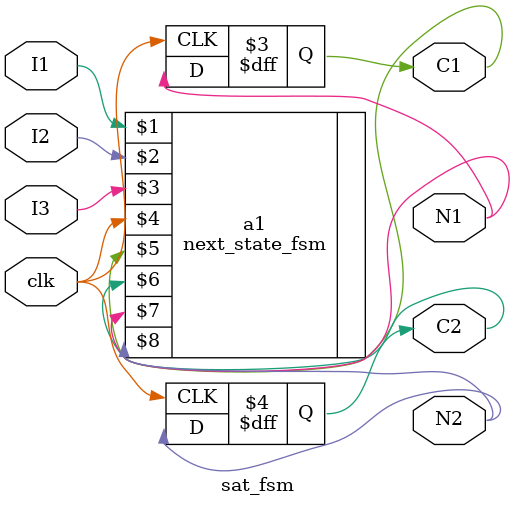
<source format=v>
`timescale 1ns / 1ps

module sat_fsm(
    input I1,
    input I2,
    input I3,
    output reg C1,
    output reg C2,
    output N1,
    output N2,
    input clk
);

next_state_fsm a1 (I1,I2,I3,clk,C1,C2,N1,N2);

initial 
begin
C1 = 0;
C2 =0;
end
always @(posedge clk) begin
   C1 = N1;
   C2 = N2;
end

endmodule
</source>
